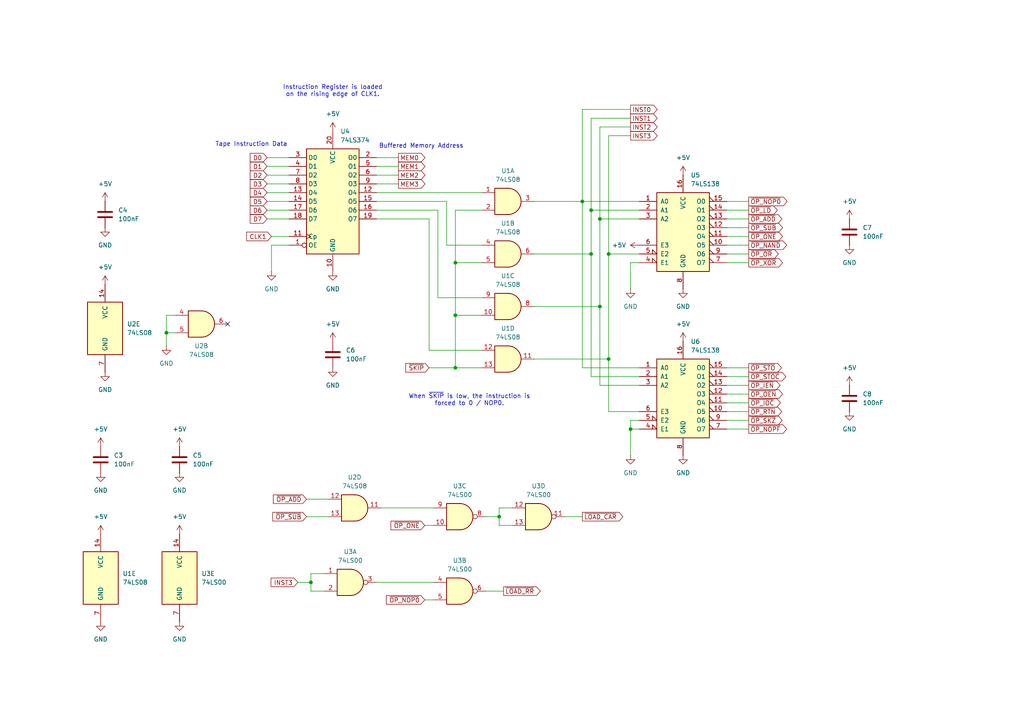
<source format=kicad_sch>
(kicad_sch (version 20231120) (generator "eeschema") (generator_version "8.0")
  (paper "A4")
  (title_block (title "UE14500 TTL 1-bit Microprocessor") (date "2025") (rev "1") (comment 1 "Copyright (c) 2025 Rhys Weatherley") (comment 3 "Instruction Register and Decoder"))
  (lib_symbols
    (symbol "74xx:74LS00" (pin_names (offset 1.016))
      (property "Reference" "U" (at 0 1.27 0))
      (property "Value" "74LS00" (at 0 -1.27 0))
      (symbol "74LS00_1_1"
        (arc (start 0 -3.81) (mid 3.7934 0) (end 0 3.81) (stroke (width 0.254)) (fill (type background)))
        (polyline (pts (xy 0 3.81) (xy -3.81 3.81) (xy -3.81 -3.81) (xy 0 -3.81)) (stroke (width 0.254)) (fill (type background)))
        (pin input line (at -7.62 2.54 0) (length 3.81) (name "~") (number "1"))
        (pin input line (at -7.62 -2.54 0) (length 3.81) (name "~") (number "2"))
        (pin output inverted (at 7.62 0 180) (length 3.81) (name "~") (number "3"))
      )
      (symbol "74LS00_1_2"
        (arc (start -3.81 -3.81) (mid -2.589 0) (end -3.81 3.81) (stroke (width 0.254)))
        (arc (start -0.6096 -3.81) (mid 2.1842 -2.5851) (end 3.81 0) (stroke (width 0.254)) (fill (type background)))
        (polyline (pts (xy -3.81 -3.81) (xy -0.635 -3.81)) (stroke (width 0.254)) (fill (type background)))
        (polyline (pts (xy -3.81 3.81) (xy -0.635 3.81)) (stroke (width 0.254)) (fill (type background)))
        (polyline (pts (xy -0.635 3.81) (xy -3.81 3.81) (xy -3.81 3.81) (xy -3.556 3.4036) (xy -3.0226 2.2606) (xy -2.6924 1.0414) (xy -2.6162 -0.254) (xy -2.7686 -1.4986) (xy -3.175 -2.7178) (xy -3.81 -3.81) (xy -3.81 -3.81) (xy -0.635 -3.81)) (stroke (width -25.4)) (fill (type background)))
        (arc (start 3.81 0) (mid 2.1915 2.5936) (end -0.6096 3.81) (stroke (width 0.254)) (fill (type background)))
        (pin input inverted (at -7.62 2.54 0) (length 4.318) (name "~") (number "1"))
        (pin input inverted (at -7.62 -2.54 0) (length 4.318) (name "~") (number "2"))
        (pin output line (at 7.62 0 180) (length 3.81) (name "~") (number "3"))
      )
      (symbol "74LS00_2_1"
        (arc (start 0 -3.81) (mid 3.7934 0) (end 0 3.81) (stroke (width 0.254)) (fill (type background)))
        (polyline (pts (xy 0 3.81) (xy -3.81 3.81) (xy -3.81 -3.81) (xy 0 -3.81)) (stroke (width 0.254)) (fill (type background)))
        (pin input line (at -7.62 2.54 0) (length 3.81) (name "~") (number "4"))
        (pin input line (at -7.62 -2.54 0) (length 3.81) (name "~") (number "5"))
        (pin output inverted (at 7.62 0 180) (length 3.81) (name "~") (number "6"))
      )
      (symbol "74LS00_2_2"
        (arc (start -3.81 -3.81) (mid -2.589 0) (end -3.81 3.81) (stroke (width 0.254)))
        (arc (start -0.6096 -3.81) (mid 2.1842 -2.5851) (end 3.81 0) (stroke (width 0.254)) (fill (type background)))
        (polyline (pts (xy -3.81 -3.81) (xy -0.635 -3.81)) (stroke (width 0.254)) (fill (type background)))
        (polyline (pts (xy -3.81 3.81) (xy -0.635 3.81)) (stroke (width 0.254)) (fill (type background)))
        (polyline (pts (xy -0.635 3.81) (xy -3.81 3.81) (xy -3.81 3.81) (xy -3.556 3.4036) (xy -3.0226 2.2606) (xy -2.6924 1.0414) (xy -2.6162 -0.254) (xy -2.7686 -1.4986) (xy -3.175 -2.7178) (xy -3.81 -3.81) (xy -3.81 -3.81) (xy -0.635 -3.81)) (stroke (width -25.4)) (fill (type background)))
        (arc (start 3.81 0) (mid 2.1915 2.5936) (end -0.6096 3.81) (stroke (width 0.254)) (fill (type background)))
        (pin input inverted (at -7.62 2.54 0) (length 4.318) (name "~") (number "4"))
        (pin input inverted (at -7.62 -2.54 0) (length 4.318) (name "~") (number "5"))
        (pin output line (at 7.62 0 180) (length 3.81) (name "~") (number "6"))
      )
      (symbol "74LS00_3_1"
        (arc (start 0 -3.81) (mid 3.7934 0) (end 0 3.81) (stroke (width 0.254)) (fill (type background)))
        (polyline (pts (xy 0 3.81) (xy -3.81 3.81) (xy -3.81 -3.81) (xy 0 -3.81)) (stroke (width 0.254)) (fill (type background)))
        (pin input line (at -7.62 -2.54 0) (length 3.81) (name "~") (number "10"))
        (pin output inverted (at 7.62 0 180) (length 3.81) (name "~") (number "8"))
        (pin input line (at -7.62 2.54 0) (length 3.81) (name "~") (number "9"))
      )
      (symbol "74LS00_3_2"
        (arc (start -3.81 -3.81) (mid -2.589 0) (end -3.81 3.81) (stroke (width 0.254)))
        (arc (start -0.6096 -3.81) (mid 2.1842 -2.5851) (end 3.81 0) (stroke (width 0.254)) (fill (type background)))
        (polyline (pts (xy -3.81 -3.81) (xy -0.635 -3.81)) (stroke (width 0.254)) (fill (type background)))
        (polyline (pts (xy -3.81 3.81) (xy -0.635 3.81)) (stroke (width 0.254)) (fill (type background)))
        (polyline (pts (xy -0.635 3.81) (xy -3.81 3.81) (xy -3.81 3.81) (xy -3.556 3.4036) (xy -3.0226 2.2606) (xy -2.6924 1.0414) (xy -2.6162 -0.254) (xy -2.7686 -1.4986) (xy -3.175 -2.7178) (xy -3.81 -3.81) (xy -3.81 -3.81) (xy -0.635 -3.81)) (stroke (width -25.4)) (fill (type background)))
        (arc (start 3.81 0) (mid 2.1915 2.5936) (end -0.6096 3.81) (stroke (width 0.254)) (fill (type background)))
        (pin input inverted (at -7.62 -2.54 0) (length 4.318) (name "~") (number "10"))
        (pin output line (at 7.62 0 180) (length 3.81) (name "~") (number "8"))
        (pin input inverted (at -7.62 2.54 0) (length 4.318) (name "~") (number "9"))
      )
      (symbol "74LS00_4_1"
        (arc (start 0 -3.81) (mid 3.7934 0) (end 0 3.81) (stroke (width 0.254)) (fill (type background)))
        (polyline (pts (xy 0 3.81) (xy -3.81 3.81) (xy -3.81 -3.81) (xy 0 -3.81)) (stroke (width 0.254)) (fill (type background)))
        (pin output inverted (at 7.62 0 180) (length 3.81) (name "~") (number "11"))
        (pin input line (at -7.62 2.54 0) (length 3.81) (name "~") (number "12"))
        (pin input line (at -7.62 -2.54 0) (length 3.81) (name "~") (number "13"))
      )
      (symbol "74LS00_4_2"
        (arc (start -3.81 -3.81) (mid -2.589 0) (end -3.81 3.81) (stroke (width 0.254)))
        (arc (start -0.6096 -3.81) (mid 2.1842 -2.5851) (end 3.81 0) (stroke (width 0.254)) (fill (type background)))
        (polyline (pts (xy -3.81 -3.81) (xy -0.635 -3.81)) (stroke (width 0.254)) (fill (type background)))
        (polyline (pts (xy -3.81 3.81) (xy -0.635 3.81)) (stroke (width 0.254)) (fill (type background)))
        (polyline (pts (xy -0.635 3.81) (xy -3.81 3.81) (xy -3.81 3.81) (xy -3.556 3.4036) (xy -3.0226 2.2606) (xy -2.6924 1.0414) (xy -2.6162 -0.254) (xy -2.7686 -1.4986) (xy -3.175 -2.7178) (xy -3.81 -3.81) (xy -3.81 -3.81) (xy -0.635 -3.81)) (stroke (width -25.4)) (fill (type background)))
        (arc (start 3.81 0) (mid 2.1915 2.5936) (end -0.6096 3.81) (stroke (width 0.254)) (fill (type background)))
        (pin output line (at 7.62 0 180) (length 3.81) (name "~") (number "11"))
        (pin input inverted (at -7.62 2.54 0) (length 4.318) (name "~") (number "12"))
        (pin input inverted (at -7.62 -2.54 0) (length 4.318) (name "~") (number "13"))
      )
      (symbol "74LS00_5_0"
        (pin power_in line (at 0 12.7 270) (length 5.08) (name "VCC") (number "14"))
        (pin power_in line (at 0 -12.7 90) (length 5.08) (name "GND") (number "7"))
      )
      (symbol "74LS00_5_1"
        (rectangle (start -5.08 7.62) (end 5.08 -7.62) (stroke (width 0.254)) (fill (type background)))
      )
    )
    (symbol "74xx:74LS08" (pin_names (offset 1.016))
      (property "Reference" "U" (at 0 1.27 0))
      (property "Value" "74LS08" (at 0 -1.27 0))
      (symbol "74LS08_1_1"
        (arc (start 0 -3.81) (mid 3.7934 0) (end 0 3.81) (stroke (width 0.254)) (fill (type background)))
        (polyline (pts (xy 0 3.81) (xy -3.81 3.81) (xy -3.81 -3.81) (xy 0 -3.81)) (stroke (width 0.254)) (fill (type background)))
        (pin input line (at -7.62 2.54 0) (length 3.81) (name "~") (number "1"))
        (pin input line (at -7.62 -2.54 0) (length 3.81) (name "~") (number "2"))
        (pin output line (at 7.62 0 180) (length 3.81) (name "~") (number "3"))
      )
      (symbol "74LS08_1_2"
        (arc (start -3.81 -3.81) (mid -2.589 0) (end -3.81 3.81) (stroke (width 0.254)))
        (arc (start -0.6096 -3.81) (mid 2.1842 -2.5851) (end 3.81 0) (stroke (width 0.254)) (fill (type background)))
        (polyline (pts (xy -3.81 -3.81) (xy -0.635 -3.81)) (stroke (width 0.254)) (fill (type background)))
        (polyline (pts (xy -3.81 3.81) (xy -0.635 3.81)) (stroke (width 0.254)) (fill (type background)))
        (polyline (pts (xy -0.635 3.81) (xy -3.81 3.81) (xy -3.81 3.81) (xy -3.556 3.4036) (xy -3.0226 2.2606) (xy -2.6924 1.0414) (xy -2.6162 -0.254) (xy -2.7686 -1.4986) (xy -3.175 -2.7178) (xy -3.81 -3.81) (xy -3.81 -3.81) (xy -0.635 -3.81)) (stroke (width -25.4)) (fill (type background)))
        (arc (start 3.81 0) (mid 2.1915 2.5936) (end -0.6096 3.81) (stroke (width 0.254)) (fill (type background)))
        (pin input inverted (at -7.62 2.54 0) (length 4.318) (name "~") (number "1"))
        (pin input inverted (at -7.62 -2.54 0) (length 4.318) (name "~") (number "2"))
        (pin output inverted (at 7.62 0 180) (length 3.81) (name "~") (number "3"))
      )
      (symbol "74LS08_2_1"
        (arc (start 0 -3.81) (mid 3.7934 0) (end 0 3.81) (stroke (width 0.254)) (fill (type background)))
        (polyline (pts (xy 0 3.81) (xy -3.81 3.81) (xy -3.81 -3.81) (xy 0 -3.81)) (stroke (width 0.254)) (fill (type background)))
        (pin input line (at -7.62 2.54 0) (length 3.81) (name "~") (number "4"))
        (pin input line (at -7.62 -2.54 0) (length 3.81) (name "~") (number "5"))
        (pin output line (at 7.62 0 180) (length 3.81) (name "~") (number "6"))
      )
      (symbol "74LS08_2_2"
        (arc (start -3.81 -3.81) (mid -2.589 0) (end -3.81 3.81) (stroke (width 0.254)))
        (arc (start -0.6096 -3.81) (mid 2.1842 -2.5851) (end 3.81 0) (stroke (width 0.254)) (fill (type background)))
        (polyline (pts (xy -3.81 -3.81) (xy -0.635 -3.81)) (stroke (width 0.254)) (fill (type background)))
        (polyline (pts (xy -3.81 3.81) (xy -0.635 3.81)) (stroke (width 0.254)) (fill (type background)))
        (polyline (pts (xy -0.635 3.81) (xy -3.81 3.81) (xy -3.81 3.81) (xy -3.556 3.4036) (xy -3.0226 2.2606) (xy -2.6924 1.0414) (xy -2.6162 -0.254) (xy -2.7686 -1.4986) (xy -3.175 -2.7178) (xy -3.81 -3.81) (xy -3.81 -3.81) (xy -0.635 -3.81)) (stroke (width -25.4)) (fill (type background)))
        (arc (start 3.81 0) (mid 2.1915 2.5936) (end -0.6096 3.81) (stroke (width 0.254)) (fill (type background)))
        (pin input inverted (at -7.62 2.54 0) (length 4.318) (name "~") (number "4"))
        (pin input inverted (at -7.62 -2.54 0) (length 4.318) (name "~") (number "5"))
        (pin output inverted (at 7.62 0 180) (length 3.81) (name "~") (number "6"))
      )
      (symbol "74LS08_3_1"
        (arc (start 0 -3.81) (mid 3.7934 0) (end 0 3.81) (stroke (width 0.254)) (fill (type background)))
        (polyline (pts (xy 0 3.81) (xy -3.81 3.81) (xy -3.81 -3.81) (xy 0 -3.81)) (stroke (width 0.254)) (fill (type background)))
        (pin input line (at -7.62 -2.54 0) (length 3.81) (name "~") (number "10"))
        (pin output line (at 7.62 0 180) (length 3.81) (name "~") (number "8"))
        (pin input line (at -7.62 2.54 0) (length 3.81) (name "~") (number "9"))
      )
      (symbol "74LS08_3_2"
        (arc (start -3.81 -3.81) (mid -2.589 0) (end -3.81 3.81) (stroke (width 0.254)))
        (arc (start -0.6096 -3.81) (mid 2.1842 -2.5851) (end 3.81 0) (stroke (width 0.254)) (fill (type background)))
        (polyline (pts (xy -3.81 -3.81) (xy -0.635 -3.81)) (stroke (width 0.254)) (fill (type background)))
        (polyline (pts (xy -3.81 3.81) (xy -0.635 3.81)) (stroke (width 0.254)) (fill (type background)))
        (polyline (pts (xy -0.635 3.81) (xy -3.81 3.81) (xy -3.81 3.81) (xy -3.556 3.4036) (xy -3.0226 2.2606) (xy -2.6924 1.0414) (xy -2.6162 -0.254) (xy -2.7686 -1.4986) (xy -3.175 -2.7178) (xy -3.81 -3.81) (xy -3.81 -3.81) (xy -0.635 -3.81)) (stroke (width -25.4)) (fill (type background)))
        (arc (start 3.81 0) (mid 2.1915 2.5936) (end -0.6096 3.81) (stroke (width 0.254)) (fill (type background)))
        (pin input inverted (at -7.62 -2.54 0) (length 4.318) (name "~") (number "10"))
        (pin output inverted (at 7.62 0 180) (length 3.81) (name "~") (number "8"))
        (pin input inverted (at -7.62 2.54 0) (length 4.318) (name "~") (number "9"))
      )
      (symbol "74LS08_4_1"
        (arc (start 0 -3.81) (mid 3.7934 0) (end 0 3.81) (stroke (width 0.254)) (fill (type background)))
        (polyline (pts (xy 0 3.81) (xy -3.81 3.81) (xy -3.81 -3.81) (xy 0 -3.81)) (stroke (width 0.254)) (fill (type background)))
        (pin output line (at 7.62 0 180) (length 3.81) (name "~") (number "11"))
        (pin input line (at -7.62 2.54 0) (length 3.81) (name "~") (number "12"))
        (pin input line (at -7.62 -2.54 0) (length 3.81) (name "~") (number "13"))
      )
      (symbol "74LS08_4_2"
        (arc (start -3.81 -3.81) (mid -2.589 0) (end -3.81 3.81) (stroke (width 0.254)))
        (arc (start -0.6096 -3.81) (mid 2.1842 -2.5851) (end 3.81 0) (stroke (width 0.254)) (fill (type background)))
        (polyline (pts (xy -3.81 -3.81) (xy -0.635 -3.81)) (stroke (width 0.254)) (fill (type background)))
        (polyline (pts (xy -3.81 3.81) (xy -0.635 3.81)) (stroke (width 0.254)) (fill (type background)))
        (polyline (pts (xy -0.635 3.81) (xy -3.81 3.81) (xy -3.81 3.81) (xy -3.556 3.4036) (xy -3.0226 2.2606) (xy -2.6924 1.0414) (xy -2.6162 -0.254) (xy -2.7686 -1.4986) (xy -3.175 -2.7178) (xy -3.81 -3.81) (xy -3.81 -3.81) (xy -0.635 -3.81)) (stroke (width -25.4)) (fill (type background)))
        (arc (start 3.81 0) (mid 2.1915 2.5936) (end -0.6096 3.81) (stroke (width 0.254)) (fill (type background)))
        (pin output inverted (at 7.62 0 180) (length 3.81) (name "~") (number "11"))
        (pin input inverted (at -7.62 2.54 0) (length 4.318) (name "~") (number "12"))
        (pin input inverted (at -7.62 -2.54 0) (length 4.318) (name "~") (number "13"))
      )
      (symbol "74LS08_5_0"
        (pin power_in line (at 0 12.7 270) (length 5.08) (name "VCC") (number "14"))
        (pin power_in line (at 0 -12.7 90) (length 5.08) (name "GND") (number "7"))
      )
      (symbol "74LS08_5_1"
        (rectangle (start -5.08 7.62) (end 5.08 -7.62) (stroke (width 0.254)) (fill (type background)))
      )
    )
    (symbol "74xx:74LS138" (pin_names (offset 1.016))
      (property "Reference" "U" (at -7.62 11.43 0))
      (property "Value" "74LS138" (at -7.62 -13.97 0))
      (symbol "74LS138_1_0"
        (pin input line (at -12.7 7.62 0) (length 5.08) (name "A0") (number "1"))
        (pin output output_low (at 12.7 -5.08 180) (length 5.08) (name "O5") (number "10"))
        (pin output output_low (at 12.7 -2.54 180) (length 5.08) (name "O4") (number "11"))
        (pin output output_low (at 12.7 0 180) (length 5.08) (name "O3") (number "12"))
        (pin output output_low (at 12.7 2.54 180) (length 5.08) (name "O2") (number "13"))
        (pin output output_low (at 12.7 5.08 180) (length 5.08) (name "O1") (number "14"))
        (pin output output_low (at 12.7 7.62 180) (length 5.08) (name "O0") (number "15"))
        (pin power_in line (at 0 15.24 270) (length 5.08) (name "VCC") (number "16"))
        (pin input line (at -12.7 5.08 0) (length 5.08) (name "A1") (number "2"))
        (pin input line (at -12.7 2.54 0) (length 5.08) (name "A2") (number "3"))
        (pin input input_low (at -12.7 -10.16 0) (length 5.08) (name "E1") (number "4"))
        (pin input input_low (at -12.7 -7.62 0) (length 5.08) (name "E2") (number "5"))
        (pin input line (at -12.7 -5.08 0) (length 5.08) (name "E3") (number "6"))
        (pin output output_low (at 12.7 -10.16 180) (length 5.08) (name "O7") (number "7"))
        (pin power_in line (at 0 -17.78 90) (length 5.08) (name "GND") (number "8"))
        (pin output output_low (at 12.7 -7.62 180) (length 5.08) (name "O6") (number "9"))
      )
      (symbol "74LS138_1_1"
        (rectangle (start -7.62 10.16) (end 7.62 -12.7) (stroke (width 0.254)) (fill (type background)))
      )
    )
    (symbol "74xx:74LS374"
      (property "Reference" "U" (at -7.62 16.51 0))
      (property "Value" "74LS374" (at -7.62 -16.51 0))
      (symbol "74LS374_1_0"
        (pin input inverted (at -12.7 -12.7 0) (length 5.08) (name "OE") (number "1"))
        (pin power_in line (at 0 -20.32 90) (length 5.08) (name "GND") (number "10"))
        (pin input clock (at -12.7 -10.16 0) (length 5.08) (name "Cp") (number "11"))
        (pin tri_state line (at 12.7 2.54 180) (length 5.08) (name "O4") (number "12"))
        (pin input line (at -12.7 2.54 0) (length 5.08) (name "D4") (number "13"))
        (pin input line (at -12.7 0 0) (length 5.08) (name "D5") (number "14"))
        (pin tri_state line (at 12.7 0 180) (length 5.08) (name "O5") (number "15"))
        (pin tri_state line (at 12.7 -2.54 180) (length 5.08) (name "O6") (number "16"))
        (pin input line (at -12.7 -2.54 0) (length 5.08) (name "D6") (number "17"))
        (pin input line (at -12.7 -5.08 0) (length 5.08) (name "D7") (number "18"))
        (pin tri_state line (at 12.7 -5.08 180) (length 5.08) (name "O7") (number "19"))
        (pin tri_state line (at 12.7 12.7 180) (length 5.08) (name "O0") (number "2"))
        (pin power_in line (at 0 20.32 270) (length 5.08) (name "VCC") (number "20"))
        (pin input line (at -12.7 12.7 0) (length 5.08) (name "D0") (number "3"))
        (pin input line (at -12.7 10.16 0) (length 5.08) (name "D1") (number "4"))
        (pin tri_state line (at 12.7 10.16 180) (length 5.08) (name "O1") (number "5"))
        (pin tri_state line (at 12.7 7.62 180) (length 5.08) (name "O2") (number "6"))
        (pin input line (at -12.7 7.62 0) (length 5.08) (name "D2") (number "7"))
        (pin input line (at -12.7 5.08 0) (length 5.08) (name "D3") (number "8"))
        (pin tri_state line (at 12.7 5.08 180) (length 5.08) (name "O3") (number "9"))
      )
      (symbol "74LS374_1_1"
        (rectangle (start -7.62 15.24) (end 7.62 -15.24) (stroke (width 0.254)) (fill (type background)))
      )
    )
    (symbol "Device:C" (pin_numbers hide) (pin_names (offset 0.254))
      (property "Reference" "C" (at 0.635 2.54 0))
      (property "Value" "C" (at 0.635 -2.54 0))
      (symbol "C_0_1"
        (polyline (pts (xy -2.032 -0.762) (xy 2.032 -0.762)) (stroke (width 0.508)))
        (polyline (pts (xy -2.032 0.762) (xy 2.032 0.762)) (stroke (width 0.508)))
      )
      (symbol "C_1_1"
        (pin passive line (at 0 3.81 270) (length 2.794) (name "~") (number "1"))
        (pin passive line (at 0 -3.81 90) (length 2.794) (name "~") (number "2"))
      )
    )
    (symbol "power:+5V" (power) (pin_numbers hide) (pin_names (offset 0) hide)
      (property "Value" "+5V" (at 0 3.556 0))
      (symbol "+5V_0_1"
        (polyline (pts (xy -0.762 1.27) (xy 0 2.54)))
        (polyline (pts (xy 0 0) (xy 0 2.54)))
        (polyline (pts (xy 0 2.54) (xy 0.762 1.27)))
      )
      (symbol "+5V_1_1"
        (pin power_in line (at 0 0 90) (length 0) (name "~") (number "1"))
      )
    )
    (symbol "power:GND" (power) (pin_numbers hide) (pin_names (offset 0) hide)
      (property "Value" "GND" (at 0 -3.81 0))
      (symbol "GND_0_1"
        (polyline (pts (xy 0 0) (xy 0 -1.27) (xy 1.27 -1.27) (xy 0 -2.54) (xy -1.27 -1.27) (xy 0 -1.27)))
      )
      (symbol "GND_1_1"
        (pin power_in line (at 0 0 270) (length 0) (name "~") (number "1"))
      )
    )
  )
  (junction (at 173.99 88.9))
  (junction (at 173.99 63.5))
  (junction (at 176.53 73.66))
  (junction (at 144.78 149.86))
  (junction (at 182.88 124.46))
  (junction (at 90.17 168.91))
  (junction (at 132.08 106.68))
  (junction (at 171.45 60.96))
  (junction (at 132.08 91.44))
  (junction (at 171.45 73.66))
  (junction (at 176.53 104.14))
  (junction (at 168.91 58.42))
  (junction (at 48.26 96.52))
  (junction (at 132.08 76.2))
  (no_connect (at 66.04 93.98))
  (wire (pts (xy 144.78 147.32) (xy 148.59 147.32)))
  (wire (pts (xy 144.78 152.4) (xy 144.78 149.86)))
  (wire (pts (xy 154.94 58.42) (xy 168.91 58.42)))
  (wire (pts (xy 109.22 168.91) (xy 125.73 168.91)))
  (wire (pts (xy 154.94 88.9) (xy 173.99 88.9)))
  (wire (pts (xy 176.53 119.38) (xy 176.53 104.14)))
  (wire (pts (xy 210.82 121.92) (xy 217.17 121.92)))
  (wire (pts (xy 90.17 171.45) (xy 93.98 171.45)))
  (wire (pts (xy 185.42 111.76) (xy 173.99 111.76)))
  (wire (pts (xy 90.17 168.91) (xy 90.17 171.45)))
  (wire (pts (xy 129.54 71.12) (xy 139.7 71.12)))
  (wire (pts (xy 78.74 68.58) (xy 83.82 68.58)))
  (wire (pts (xy 182.88 132.08) (xy 182.88 124.46)))
  (wire (pts (xy 88.9 144.78) (xy 95.25 144.78)))
  (wire (pts (xy 110.49 147.32) (xy 125.73 147.32)))
  (wire (pts (xy 109.22 48.26) (xy 115.57 48.26)))
  (wire (pts (xy 182.88 121.92) (xy 182.88 124.46)))
  (wire (pts (xy 132.08 91.44) (xy 139.7 91.44)))
  (wire (pts (xy 132.08 106.68) (xy 139.7 106.68)))
  (wire (pts (xy 124.46 101.6) (xy 139.7 101.6)))
  (wire (pts (xy 86.36 168.91) (xy 90.17 168.91)))
  (wire (pts (xy 182.88 76.2) (xy 185.42 76.2)))
  (wire (pts (xy 210.82 119.38) (xy 217.17 119.38)))
  (wire (pts (xy 132.08 76.2) (xy 139.7 76.2)))
  (wire (pts (xy 210.82 71.12) (xy 217.17 71.12)))
  (wire (pts (xy 171.45 73.66) (xy 171.45 60.96)))
  (wire (pts (xy 140.97 149.86) (xy 144.78 149.86)))
  (wire (pts (xy 210.82 109.22) (xy 217.17 109.22)))
  (wire (pts (xy 109.22 63.5) (xy 124.46 63.5)))
  (wire (pts (xy 140.97 171.45) (xy 146.05 171.45)))
  (wire (pts (xy 185.42 119.38) (xy 176.53 119.38)))
  (wire (pts (xy 210.82 76.2) (xy 217.17 76.2)))
  (wire (pts (xy 148.59 152.4) (xy 144.78 152.4)))
  (wire (pts (xy 210.82 116.84) (xy 217.17 116.84)))
  (wire (pts (xy 132.08 60.96) (xy 132.08 76.2)))
  (wire (pts (xy 139.7 60.96) (xy 132.08 60.96)))
  (wire (pts (xy 129.54 58.42) (xy 129.54 71.12)))
  (wire (pts (xy 78.74 71.12) (xy 83.82 71.12)))
  (wire (pts (xy 171.45 34.29) (xy 171.45 60.96)))
  (wire (pts (xy 144.78 149.86) (xy 144.78 147.32)))
  (wire (pts (xy 182.88 31.75) (xy 168.91 31.75)))
  (wire (pts (xy 123.19 173.99) (xy 125.73 173.99)))
  (wire (pts (xy 176.53 39.37) (xy 176.53 73.66)))
  (wire (pts (xy 210.82 68.58) (xy 217.17 68.58)))
  (wire (pts (xy 48.26 100.33) (xy 48.26 96.52)))
  (wire (pts (xy 182.88 83.82) (xy 182.88 76.2)))
  (wire (pts (xy 124.46 63.5) (xy 124.46 101.6)))
  (wire (pts (xy 83.82 55.88) (xy 77.47 55.88)))
  (wire (pts (xy 210.82 106.68) (xy 217.17 106.68)))
  (wire (pts (xy 185.42 106.68) (xy 168.91 106.68)))
  (wire (pts (xy 83.82 53.34) (xy 77.47 53.34)))
  (wire (pts (xy 168.91 31.75) (xy 168.91 58.42)))
  (wire (pts (xy 176.53 73.66) (xy 185.42 73.66)))
  (wire (pts (xy 123.19 152.4) (xy 125.73 152.4)))
  (wire (pts (xy 83.82 50.8) (xy 77.47 50.8)))
  (wire (pts (xy 109.22 53.34) (xy 115.57 53.34)))
  (wire (pts (xy 182.88 124.46) (xy 185.42 124.46)))
  (wire (pts (xy 154.94 104.14) (xy 176.53 104.14)))
  (wire (pts (xy 48.26 91.44) (xy 50.8 91.44)))
  (wire (pts (xy 182.88 39.37) (xy 176.53 39.37)))
  (wire (pts (xy 154.94 73.66) (xy 171.45 73.66)))
  (wire (pts (xy 185.42 109.22) (xy 171.45 109.22)))
  (wire (pts (xy 168.91 106.68) (xy 168.91 58.42)))
  (wire (pts (xy 109.22 58.42) (xy 129.54 58.42)))
  (wire (pts (xy 109.22 50.8) (xy 115.57 50.8)))
  (wire (pts (xy 210.82 73.66) (xy 217.17 73.66)))
  (wire (pts (xy 210.82 58.42) (xy 217.17 58.42)))
  (wire (pts (xy 210.82 124.46) (xy 217.17 124.46)))
  (wire (pts (xy 176.53 104.14) (xy 176.53 73.66)))
  (wire (pts (xy 93.98 166.37) (xy 90.17 166.37)))
  (wire (pts (xy 173.99 36.83) (xy 173.99 63.5)))
  (wire (pts (xy 109.22 60.96) (xy 127 60.96)))
  (wire (pts (xy 171.45 109.22) (xy 171.45 73.66)))
  (wire (pts (xy 83.82 63.5) (xy 77.47 63.5)))
  (wire (pts (xy 83.82 60.96) (xy 77.47 60.96)))
  (wire (pts (xy 210.82 63.5) (xy 217.17 63.5)))
  (wire (pts (xy 83.82 45.72) (xy 77.47 45.72)))
  (wire (pts (xy 171.45 60.96) (xy 185.42 60.96)))
  (wire (pts (xy 127 86.36) (xy 139.7 86.36)))
  (wire (pts (xy 109.22 55.88) (xy 139.7 55.88)))
  (wire (pts (xy 88.9 149.86) (xy 95.25 149.86)))
  (wire (pts (xy 210.82 66.04) (xy 217.17 66.04)))
  (wire (pts (xy 48.26 96.52) (xy 50.8 96.52)))
  (wire (pts (xy 173.99 63.5) (xy 185.42 63.5)))
  (wire (pts (xy 163.83 149.86) (xy 168.91 149.86)))
  (wire (pts (xy 173.99 111.76) (xy 173.99 88.9)))
  (wire (pts (xy 78.74 78.74) (xy 78.74 71.12)))
  (wire (pts (xy 210.82 114.3) (xy 217.17 114.3)))
  (wire (pts (xy 185.42 121.92) (xy 182.88 121.92)))
  (wire (pts (xy 109.22 45.72) (xy 115.57 45.72)))
  (wire (pts (xy 132.08 76.2) (xy 132.08 91.44)))
  (wire (pts (xy 210.82 111.76) (xy 217.17 111.76)))
  (wire (pts (xy 83.82 48.26) (xy 77.47 48.26)))
  (wire (pts (xy 182.88 36.83) (xy 173.99 36.83)))
  (wire (pts (xy 210.82 60.96) (xy 217.17 60.96)))
  (wire (pts (xy 83.82 58.42) (xy 77.47 58.42)))
  (wire (pts (xy 48.26 96.52) (xy 48.26 91.44)))
  (wire (pts (xy 168.91 58.42) (xy 185.42 58.42)))
  (wire (pts (xy 182.88 34.29) (xy 171.45 34.29)))
  (wire (pts (xy 132.08 91.44) (xy 132.08 106.68)))
  (wire (pts (xy 124.46 106.68) (xy 132.08 106.68)))
  (wire (pts (xy 90.17 166.37) (xy 90.17 168.91)))
  (wire (pts (xy 127 60.96) (xy 127 86.36)))
  (wire (pts (xy 173.99 88.9) (xy 173.99 63.5)))
  (text "Tape Instruction Data" (at 72.898 41.91 0) (effects (font (size 1.27 1.27))))
  (text "When ~{SKIP} is low, the instruction is\nforced to 0 / NOP0." (at 136.144 116.078 0) (effects (font (size 1.27 1.27))))
  (text "Instruction Register is loaded\non the rising edge of CLK1." (at 96.52 26.416 0) (effects (font (size 1.27 1.27))))
  (text "Buffered Memory Address" (at 122.174 42.418 0) (effects (font (size 1.27 1.27))))
  (global_label "D5" (shape input) (at 77.47 58.42 180) (property "Intersheetrefs" "${INTERSHEET_REFS}" (effects (hide yes))))
  (global_label "~{OP_ONE}" (shape input) (at 123.19 152.4 180) (property "Intersheetrefs" "${INTERSHEET_REFS}" (effects (hide yes))))
  (global_label "MEM1" (shape output) (at 115.57 48.26 0) (property "Intersheetrefs" "${INTERSHEET_REFS}" (effects (hide yes))))
  (global_label "INST3" (shape input) (at 86.36 168.91 180) (property "Intersheetrefs" "${INTERSHEET_REFS}" (effects (hide yes))))
  (global_label "D0" (shape input) (at 77.47 45.72 180) (property "Intersheetrefs" "${INTERSHEET_REFS}" (effects (hide yes))))
  (global_label "MEM2" (shape output) (at 115.57 50.8 0) (property "Intersheetrefs" "${INTERSHEET_REFS}" (effects (hide yes))))
  (global_label "D2" (shape input) (at 77.47 50.8 180) (property "Intersheetrefs" "${INTERSHEET_REFS}" (effects (hide yes))))
  (global_label "CLK1" (shape input) (at 78.74 68.58 180) (property "Intersheetrefs" "${INTERSHEET_REFS}" (effects (hide yes))))
  (global_label "D3" (shape input) (at 77.47 53.34 180) (property "Intersheetrefs" "${INTERSHEET_REFS}" (effects (hide yes))))
  (global_label "~{OP_IEN}" (shape output) (at 217.17 111.76 0) (property "Intersheetrefs" "${INTERSHEET_REFS}" (effects (hide yes))))
  (global_label "~{OP_NOP0}" (shape input) (at 123.19 173.99 180) (property "Intersheetrefs" "${INTERSHEET_REFS}" (effects (hide yes))))
  (global_label "INST2" (shape output) (at 182.88 36.83 0) (property "Intersheetrefs" "${INTERSHEET_REFS}" (effects (hide yes))))
  (global_label "~{OP_SUB}" (shape output) (at 217.17 66.04 0) (property "Intersheetrefs" "${INTERSHEET_REFS}" (effects (hide yes))))
  (global_label "INST3" (shape output) (at 182.88 39.37 0) (property "Intersheetrefs" "${INTERSHEET_REFS}" (effects (hide yes))))
  (global_label "D7" (shape input) (at 77.47 63.5 180) (property "Intersheetrefs" "${INTERSHEET_REFS}" (effects (hide yes))))
  (global_label "~{OP_OEN}" (shape output) (at 217.17 114.3 0) (property "Intersheetrefs" "${INTERSHEET_REFS}" (effects (hide yes))))
  (global_label "INST0" (shape output) (at 182.88 31.75 0) (property "Intersheetrefs" "${INTERSHEET_REFS}" (effects (hide yes))))
  (global_label "~{OP_IOC}" (shape output) (at 217.17 116.84 0) (property "Intersheetrefs" "${INTERSHEET_REFS}" (effects (hide yes))))
  (global_label "~{LOAD_CAR}" (shape output) (at 168.91 149.86 0) (property "Intersheetrefs" "${INTERSHEET_REFS}" (effects (hide yes))))
  (global_label "INST1" (shape output) (at 182.88 34.29 0) (property "Intersheetrefs" "${INTERSHEET_REFS}" (effects (hide yes))))
  (global_label "~{OP_ADD}" (shape output) (at 217.17 63.5 0) (property "Intersheetrefs" "${INTERSHEET_REFS}" (effects (hide yes))))
  (global_label "~{OP_NOPF}" (shape output) (at 217.17 124.46 0) (property "Intersheetrefs" "${INTERSHEET_REFS}" (effects (hide yes))))
  (global_label "~{OP_XOR}" (shape output) (at 217.17 76.2 0) (property "Intersheetrefs" "${INTERSHEET_REFS}" (effects (hide yes))))
  (global_label "~{SKIP}" (shape input) (at 124.46 106.68 180) (property "Intersheetrefs" "${INTERSHEET_REFS}" (effects (hide yes))))
  (global_label "~{OP_NAND}" (shape output) (at 217.17 71.12 0) (property "Intersheetrefs" "${INTERSHEET_REFS}" (effects (hide yes))))
  (global_label "~{OP_ONE}" (shape output) (at 217.17 68.58 0) (property "Intersheetrefs" "${INTERSHEET_REFS}" (effects (hide yes))))
  (global_label "~{OP_SUB}" (shape input) (at 88.9 149.86 180) (property "Intersheetrefs" "${INTERSHEET_REFS}" (effects (hide yes))))
  (global_label "~{OP_SKZ}" (shape output) (at 217.17 121.92 0) (property "Intersheetrefs" "${INTERSHEET_REFS}" (effects (hide yes))))
  (global_label "D1" (shape input) (at 77.47 48.26 180) (property "Intersheetrefs" "${INTERSHEET_REFS}" (effects (hide yes))))
  (global_label "~{LOAD_RR}" (shape output) (at 146.05 171.45 0) (property "Intersheetrefs" "${INTERSHEET_REFS}" (effects (hide yes))))
  (global_label "D6" (shape input) (at 77.47 60.96 180) (property "Intersheetrefs" "${INTERSHEET_REFS}" (effects (hide yes))))
  (global_label "~{OP_RTN}" (shape output) (at 217.17 119.38 0) (property "Intersheetrefs" "${INTERSHEET_REFS}" (effects (hide yes))))
  (global_label "~{OP_ADD}" (shape input) (at 88.9 144.78 180) (property "Intersheetrefs" "${INTERSHEET_REFS}" (effects (hide yes))))
  (global_label "~{OP_LD}" (shape output) (at 217.17 60.96 0) (property "Intersheetrefs" "${INTERSHEET_REFS}" (effects (hide yes))))
  (global_label "~{OP_NOP0}" (shape output) (at 217.17 58.42 0) (property "Intersheetrefs" "${INTERSHEET_REFS}" (effects (hide yes))))
  (global_label "MEM3" (shape output) (at 115.57 53.34 0) (property "Intersheetrefs" "${INTERSHEET_REFS}" (effects (hide yes))))
  (global_label "~{OP_STOC}" (shape output) (at 217.17 109.22 0) (property "Intersheetrefs" "${INTERSHEET_REFS}" (effects (hide yes))))
  (global_label "D4" (shape input) (at 77.47 55.88 180) (property "Intersheetrefs" "${INTERSHEET_REFS}" (effects (hide yes))))
  (global_label "MEM0" (shape output) (at 115.57 45.72 0) (property "Intersheetrefs" "${INTERSHEET_REFS}" (effects (hide yes))))
  (global_label "~{OP_OR}" (shape output) (at 217.17 73.66 0) (property "Intersheetrefs" "${INTERSHEET_REFS}" (effects (hide yes))))
  (global_label "~{OP_STO}" (shape output) (at 217.17 106.68 0) (property "Intersheetrefs" "${INTERSHEET_REFS}" (effects (hide yes))))
  (symbol (lib_id "power:GND") (at 96.52 78.74 0) (unit 1)
    (property "Reference" "#PWR31" (effects (hide yes)))
    (property "Value" "GND" (at 96.52 83.82 0))
    (property "Description" "Power symbol creates a global label with name \"GND\" , ground" (effects (hide yes)))
  )
  (symbol (lib_id "74xx:74LS08") (at 58.42 93.98 0) (unit 2)
    (property "Reference" "U2" (at 58.42 100.33 0))
    (property "Value" "74LS08" (at 58.42 102.87 0))
    (property "Footprint" "Package_DIP:DIP-14_W7.62mm" (effects (hide yes)))
    (property "Datasheet" "http://www.ti.com/lit/gpn/sn74LS08" (effects (hide yes)))
    (property "Description" "Quad And2" (effects (hide yes)))
  )
  (symbol (lib_id "power:GND") (at 78.74 78.74 0) (unit 1)
    (property "Reference" "#PWR29" (effects (hide yes)))
    (property "Value" "GND" (at 78.74 83.82 0))
    (property "Description" "Power symbol creates a global label with name \"GND\" , ground" (effects (hide yes)))
  )
  (symbol (lib_id "power:+5V") (at 52.07 129.54 0) (unit 1)
    (property "Reference" "#PWR25" (effects (hide yes)))
    (property "Value" "+5V" (at 52.07 124.46 0))
    (property "Description" "Power symbol creates a global label with name \"+5V\"" (effects (hide yes)))
  )
  (symbol (lib_id "74xx:74LS138") (at 198.12 66.04 0) (unit 1)
    (property "Reference" "U5" (at 200.3141 50.8 0) (effects (justify left)))
    (property "Value" "74LS138" (at 200.3141 53.34 0) (effects (justify left)))
    (property "Footprint" "Package_DIP:DIP-16_W7.62mm" (effects (hide yes)))
    (property "Datasheet" "http://www.ti.com/lit/gpn/sn74LS138" (effects (hide yes)))
    (property "Description" "Decoder 3 to 8 active low outputs" (effects (hide yes)))
  )
  (symbol (lib_id "power:GND") (at 198.12 83.82 0) (unit 1)
    (property "Reference" "#PWR38" (effects (hide yes)))
    (property "Value" "GND" (at 198.12 88.9 0))
    (property "Description" "Power symbol creates a global label with name \"GND\" , ground" (effects (hide yes)))
  )
  (symbol (lib_id "power:+5V") (at 96.52 99.06 0) (unit 1)
    (property "Reference" "#PWR32" (effects (hide yes)))
    (property "Value" "+5V" (at 96.52 93.98 0))
    (property "Description" "Power symbol creates a global label with name \"+5V\"" (effects (hide yes)))
  )
  (symbol (lib_id "74xx:74LS00") (at 52.07 167.64 0) (unit 5)
    (property "Reference" "U3" (at 58.42 166.3699 0) (effects (justify left)))
    (property "Value" "74LS00" (at 58.42 168.9099 0) (effects (justify left)))
    (property "Footprint" "Package_DIP:DIP-14_W7.62mm" (effects (hide yes)))
    (property "Datasheet" "http://www.ti.com/lit/gpn/sn74ls00" (effects (hide yes)))
    (property "Description" "quad 2-input NAND gate" (effects (hide yes)))
  )
  (symbol (lib_id "power:GND") (at 246.38 71.12 0) (unit 1)
    (property "Reference" "#PWR42" (effects (hide yes)))
    (property "Value" "GND" (at 246.38 76.2 0))
    (property "Description" "Power symbol creates a global label with name \"GND\" , ground" (effects (hide yes)))
  )
  (symbol (lib_id "power:GND") (at 29.21 137.16 0) (unit 1)
    (property "Reference" "#PWR17" (effects (hide yes)))
    (property "Value" "GND" (at 29.21 142.24 0))
    (property "Description" "Power symbol creates a global label with name \"GND\" , ground" (effects (hide yes)))
  )
  (symbol (lib_id "power:+5V") (at 30.48 82.55 0) (unit 1)
    (property "Reference" "#PWR22" (effects (hide yes)))
    (property "Value" "+5V" (at 30.48 77.47 0))
    (property "Description" "Power symbol creates a global label with name \"+5V\"" (effects (hide yes)))
  )
  (symbol (lib_id "74xx:74LS08") (at 147.32 58.42 0) (unit 1)
    (property "Reference" "U1" (at 147.3117 49.53 0))
    (property "Value" "74LS08" (at 147.3117 52.07 0))
    (property "Footprint" "Package_DIP:DIP-14_W7.62mm" (effects (hide yes)))
    (property "Datasheet" "http://www.ti.com/lit/gpn/sn74LS08" (effects (hide yes)))
    (property "Description" "Quad And2" (effects (hide yes)))
  )
  (symbol (lib_id "power:+5V") (at 30.48 58.42 0) (unit 1)
    (property "Reference" "#PWR20" (effects (hide yes)))
    (property "Value" "+5V" (at 30.48 53.34 0))
    (property "Description" "Power symbol creates a global label with name \"+5V\"" (effects (hide yes)))
  )
  (symbol (lib_id "power:+5V") (at 246.38 63.5 0) (unit 1)
    (property "Reference" "#PWR41" (effects (hide yes)))
    (property "Value" "+5V" (at 246.38 58.42 0))
    (property "Description" "Power symbol creates a global label with name \"+5V\"" (effects (hide yes)))
  )
  (symbol (lib_id "power:+5V") (at 96.52 38.1 0) (unit 1)
    (property "Reference" "#PWR30" (effects (hide yes)))
    (property "Value" "+5V" (at 96.52 33.02 0))
    (property "Description" "Power symbol creates a global label with name \"+5V\"" (effects (hide yes)))
  )
  (symbol (lib_id "Device:C") (at 52.07 133.35 0) (unit 1)
    (property "Reference" "C5" (at 55.88 132.0799 0) (effects (justify left)))
    (property "Value" "100nF" (at 55.88 134.6199 0) (effects (justify left)))
    (property "Footprint" "Capacitor_THT:C_Disc_D5.0mm_W2.5mm_P5.00mm" (effects (hide yes)))
    (property "Description" "Unpolarized capacitor" (effects (hide yes)))
  )
  (symbol (lib_id "power:GND") (at 29.21 180.34 0) (unit 1)
    (property "Reference" "#PWR19" (effects (hide yes)))
    (property "Value" "GND" (at 29.21 185.42 0))
    (property "Description" "Power symbol creates a global label with name \"GND\" , ground" (effects (hide yes)))
  )
  (symbol (lib_id "Device:C") (at 246.38 67.31 0) (unit 1)
    (property "Reference" "C7" (at 250.19 66.0399 0) (effects (justify left)))
    (property "Value" "100nF" (at 250.19 68.5799 0) (effects (justify left)))
    (property "Footprint" "Capacitor_THT:C_Disc_D5.0mm_W2.5mm_P5.00mm" (effects (hide yes)))
    (property "Description" "Unpolarized capacitor" (effects (hide yes)))
  )
  (symbol (lib_id "Device:C") (at 246.38 115.57 0) (unit 1)
    (property "Reference" "C8" (at 250.19 114.2999 0) (effects (justify left)))
    (property "Value" "100nF" (at 250.19 116.8399 0) (effects (justify left)))
    (property "Footprint" "Capacitor_THT:C_Disc_D5.0mm_W2.5mm_P5.00mm" (effects (hide yes)))
    (property "Description" "Unpolarized capacitor" (effects (hide yes)))
  )
  (symbol (lib_id "74xx:74LS08") (at 147.32 104.14 0) (unit 4)
    (property "Reference" "U1" (at 147.3117 95.25 0))
    (property "Value" "74LS08" (at 147.3117 97.79 0))
    (property "Footprint" "Package_DIP:DIP-14_W7.62mm" (effects (hide yes)))
    (property "Datasheet" "http://www.ti.com/lit/gpn/sn74LS08" (effects (hide yes)))
    (property "Description" "Quad And2" (effects (hide yes)))
  )
  (symbol (lib_id "74xx:74LS08") (at 30.48 95.25 0) (unit 5)
    (property "Reference" "U2" (at 36.83 93.9799 0) (effects (justify left)))
    (property "Value" "74LS08" (at 36.83 96.5199 0) (effects (justify left)))
    (property "Footprint" "Package_DIP:DIP-14_W7.62mm" (effects (hide yes)))
    (property "Datasheet" "http://www.ti.com/lit/gpn/sn74LS08" (effects (hide yes)))
    (property "Description" "Quad And2" (effects (hide yes)))
  )
  (symbol (lib_id "power:GND") (at 30.48 107.95 0) (unit 1)
    (property "Reference" "#PWR23" (effects (hide yes)))
    (property "Value" "GND" (at 30.48 113.03 0))
    (property "Description" "Power symbol creates a global label with name \"GND\" , ground" (effects (hide yes)))
  )
  (symbol (lib_id "74xx:74LS374") (at 96.52 58.42 0) (unit 1)
    (property "Reference" "U4" (at 98.7141 38.1 0) (effects (justify left)))
    (property "Value" "74LS374" (at 98.7141 40.64 0) (effects (justify left)))
    (property "Footprint" "Package_DIP:DIP-20_W7.62mm" (effects (hide yes)))
    (property "Datasheet" "http://www.ti.com/lit/gpn/sn74LS374" (effects (hide yes)))
    (property "Description" "8-bit Register, 3-state outputs" (effects (hide yes)))
  )
  (symbol (lib_id "power:+5V") (at 198.12 50.8 0) (unit 1)
    (property "Reference" "#PWR37" (effects (hide yes)))
    (property "Value" "+5V" (at 198.12 45.72 0))
    (property "Description" "Power symbol creates a global label with name \"+5V\"" (effects (hide yes)))
  )
  (symbol (lib_id "Device:C") (at 29.21 133.35 0) (unit 1)
    (property "Reference" "C3" (at 33.02 132.0799 0) (effects (justify left)))
    (property "Value" "100nF" (at 33.02 134.6199 0) (effects (justify left)))
    (property "Footprint" "Capacitor_THT:C_Disc_D5.0mm_W2.5mm_P5.00mm" (effects (hide yes)))
    (property "Description" "Unpolarized capacitor" (effects (hide yes)))
  )
  (symbol (lib_id "power:+5V") (at 29.21 154.94 0) (unit 1)
    (property "Reference" "#PWR18" (effects (hide yes)))
    (property "Value" "+5V" (at 29.21 149.86 0))
    (property "Description" "Power symbol creates a global label with name \"+5V\"" (effects (hide yes)))
  )
  (symbol (lib_id "power:+5V") (at 198.12 99.06 0) (unit 1)
    (property "Reference" "#PWR39" (effects (hide yes)))
    (property "Value" "+5V" (at 198.12 93.98 0))
    (property "Description" "Power symbol creates a global label with name \"+5V\"" (effects (hide yes)))
  )
  (symbol (lib_id "74xx:74LS00") (at 133.35 149.86 0) (unit 3)
    (property "Reference" "U3" (at 133.3417 140.97 0))
    (property "Value" "74LS00" (at 133.3417 143.51 0))
    (property "Footprint" "Package_DIP:DIP-14_W7.62mm" (effects (hide yes)))
    (property "Datasheet" "http://www.ti.com/lit/gpn/sn74ls00" (effects (hide yes)))
    (property "Description" "quad 2-input NAND gate" (effects (hide yes)))
  )
  (symbol (lib_id "74xx:74LS00") (at 156.21 149.86 0) (unit 4)
    (property "Reference" "U3" (at 156.2017 140.97 0))
    (property "Value" "74LS00" (at 156.2017 143.51 0))
    (property "Footprint" "Package_DIP:DIP-14_W7.62mm" (effects (hide yes)))
    (property "Datasheet" "http://www.ti.com/lit/gpn/sn74ls00" (effects (hide yes)))
    (property "Description" "quad 2-input NAND gate" (effects (hide yes)))
  )
  (symbol (lib_id "power:+5V") (at 52.07 154.94 0) (unit 1)
    (property "Reference" "#PWR27" (effects (hide yes)))
    (property "Value" "+5V" (at 52.07 149.86 0))
    (property "Description" "Power symbol creates a global label with name \"+5V\"" (effects (hide yes)))
  )
  (symbol (lib_id "power:GND") (at 30.48 66.04 0) (unit 1)
    (property "Reference" "#PWR21" (effects (hide yes)))
    (property "Value" "GND" (at 30.48 71.12 0))
    (property "Description" "Power symbol creates a global label with name \"GND\" , ground" (effects (hide yes)))
  )
  (symbol (lib_id "power:GND") (at 182.88 132.08 0) (unit 1)
    (property "Reference" "#PWR35" (effects (hide yes)))
    (property "Value" "GND" (at 182.88 137.16 0))
    (property "Description" "Power symbol creates a global label with name \"GND\" , ground" (effects (hide yes)))
  )
  (symbol (lib_id "power:GND") (at 246.38 119.38 0) (unit 1)
    (property "Reference" "#PWR44" (effects (hide yes)))
    (property "Value" "GND" (at 246.38 124.46 0))
    (property "Description" "Power symbol creates a global label with name \"GND\" , ground" (effects (hide yes)))
  )
  (symbol (lib_id "power:GND") (at 198.12 132.08 0) (unit 1)
    (property "Reference" "#PWR40" (effects (hide yes)))
    (property "Value" "GND" (at 198.12 137.16 0))
    (property "Description" "Power symbol creates a global label with name \"GND\" , ground" (effects (hide yes)))
  )
  (symbol (lib_id "74xx:74LS00") (at 101.6 168.91 0) (unit 1)
    (property "Reference" "U3" (at 101.5917 160.02 0))
    (property "Value" "74LS00" (at 101.5917 162.56 0))
    (property "Footprint" "Package_DIP:DIP-14_W7.62mm" (effects (hide yes)))
    (property "Datasheet" "http://www.ti.com/lit/gpn/sn74ls00" (effects (hide yes)))
    (property "Description" "quad 2-input NAND gate" (effects (hide yes)))
  )
  (symbol (lib_id "power:+5V") (at 29.21 129.54 0) (unit 1)
    (property "Reference" "#PWR16" (effects (hide yes)))
    (property "Value" "+5V" (at 29.21 124.46 0))
    (property "Description" "Power symbol creates a global label with name \"+5V\"" (effects (hide yes)))
  )
  (symbol (lib_id "power:GND") (at 96.52 106.68 0) (unit 1)
    (property "Reference" "#PWR33" (effects (hide yes)))
    (property "Value" "GND" (at 96.52 111.76 0))
    (property "Description" "Power symbol creates a global label with name \"GND\" , ground" (effects (hide yes)))
  )
  (symbol (lib_id "74xx:74LS08") (at 29.21 167.64 0) (unit 5)
    (property "Reference" "U1" (at 35.56 166.3699 0) (effects (justify left)))
    (property "Value" "74LS08" (at 35.56 168.9099 0) (effects (justify left)))
    (property "Footprint" "Package_DIP:DIP-14_W7.62mm" (effects (hide yes)))
    (property "Datasheet" "http://www.ti.com/lit/gpn/sn74LS08" (effects (hide yes)))
    (property "Description" "Quad And2" (effects (hide yes)))
  )
  (symbol (lib_id "Device:C") (at 96.52 102.87 0) (unit 1)
    (property "Reference" "C6" (at 100.33 101.5999 0) (effects (justify left)))
    (property "Value" "100nF" (at 100.33 104.1399 0) (effects (justify left)))
    (property "Footprint" "Capacitor_THT:C_Disc_D5.0mm_W2.5mm_P5.00mm" (effects (hide yes)))
    (property "Description" "Unpolarized capacitor" (effects (hide yes)))
  )
  (symbol (lib_id "74xx:74LS138") (at 198.12 114.3 0) (unit 1)
    (property "Reference" "U6" (at 200.3141 99.06 0) (effects (justify left)))
    (property "Value" "74LS138" (at 200.3141 101.6 0) (effects (justify left)))
    (property "Footprint" "Package_DIP:DIP-16_W7.62mm" (effects (hide yes)))
    (property "Datasheet" "http://www.ti.com/lit/gpn/sn74LS138" (effects (hide yes)))
    (property "Description" "Decoder 3 to 8 active low outputs" (effects (hide yes)))
  )
  (symbol (lib_id "Device:C") (at 30.48 62.23 0) (unit 1)
    (property "Reference" "C4" (at 34.29 60.9599 0) (effects (justify left)))
    (property "Value" "100nF" (at 34.29 63.4999 0) (effects (justify left)))
    (property "Footprint" "Capacitor_THT:C_Disc_D5.0mm_W2.5mm_P5.00mm" (effects (hide yes)))
    (property "Description" "Unpolarized capacitor" (effects (hide yes)))
  )
  (symbol (lib_id "74xx:74LS00") (at 133.35 171.45 0) (unit 2)
    (property "Reference" "U3" (at 133.3417 162.56 0))
    (property "Value" "74LS00" (at 133.3417 165.1 0))
    (property "Footprint" "Package_DIP:DIP-14_W7.62mm" (effects (hide yes)))
    (property "Datasheet" "http://www.ti.com/lit/gpn/sn74ls00" (effects (hide yes)))
    (property "Description" "quad 2-input NAND gate" (effects (hide yes)))
  )
  (symbol (lib_id "power:GND") (at 52.07 137.16 0) (unit 1)
    (property "Reference" "#PWR26" (effects (hide yes)))
    (property "Value" "GND" (at 52.07 142.24 0))
    (property "Description" "Power symbol creates a global label with name \"GND\" , ground" (effects (hide yes)))
  )
  (symbol (lib_id "74xx:74LS08") (at 147.32 88.9 0) (unit 3)
    (property "Reference" "U1" (at 147.3117 80.01 0))
    (property "Value" "74LS08" (at 147.3117 82.55 0))
    (property "Footprint" "Package_DIP:DIP-14_W7.62mm" (effects (hide yes)))
    (property "Datasheet" "http://www.ti.com/lit/gpn/sn74LS08" (effects (hide yes)))
    (property "Description" "Quad And2" (effects (hide yes)))
  )
  (symbol (lib_id "power:GND") (at 52.07 180.34 0) (unit 1)
    (property "Reference" "#PWR28" (effects (hide yes)))
    (property "Value" "GND" (at 52.07 185.42 0))
    (property "Description" "Power symbol creates a global label with name \"GND\" , ground" (effects (hide yes)))
  )
  (symbol (lib_id "power:GND") (at 182.88 83.82 0) (unit 1)
    (property "Reference" "#PWR34" (effects (hide yes)))
    (property "Value" "GND" (at 182.88 88.9 0))
    (property "Description" "Power symbol creates a global label with name \"GND\" , ground" (effects (hide yes)))
  )
  (symbol (lib_id "74xx:74LS08") (at 147.32 73.66 0) (unit 2)
    (property "Reference" "U1" (at 147.3117 64.77 0))
    (property "Value" "74LS08" (at 147.3117 67.31 0))
    (property "Footprint" "Package_DIP:DIP-14_W7.62mm" (effects (hide yes)))
    (property "Datasheet" "http://www.ti.com/lit/gpn/sn74LS08" (effects (hide yes)))
    (property "Description" "Quad And2" (effects (hide yes)))
  )
  (symbol (lib_id "74xx:74LS08") (at 102.87 147.32 0) (unit 4)
    (property "Reference" "U2" (at 102.8617 138.43 0))
    (property "Value" "74LS08" (at 102.8617 140.97 0))
    (property "Footprint" "Package_DIP:DIP-14_W7.62mm" (effects (hide yes)))
    (property "Datasheet" "http://www.ti.com/lit/gpn/sn74LS08" (effects (hide yes)))
    (property "Description" "Quad And2" (effects (hide yes)))
  )
  (symbol (lib_id "power:+5V") (at 246.38 111.76 0) (unit 1)
    (property "Reference" "#PWR43" (effects (hide yes)))
    (property "Value" "+5V" (at 246.38 106.68 0))
    (property "Description" "Power symbol creates a global label with name \"+5V\"" (effects (hide yes)))
  )
  (symbol (lib_id "power:+5V") (at 185.42 71.12 90) (unit 1)
    (property "Reference" "#PWR36" (effects (hide yes)))
    (property "Value" "+5V" (at 181.61 71.1199 90) (effects (justify left)))
    (property "Description" "Power symbol creates a global label with name \"+5V\"" (effects (hide yes)))
  )
  (symbol (lib_id "power:GND") (at 48.26 100.33 0) (unit 1)
    (property "Reference" "#PWR24" (effects (hide yes)))
    (property "Value" "GND" (at 48.26 105.41 0))
    (property "Description" "Power symbol creates a global label with name \"GND\" , ground" (effects (hide yes)))
  )
)
</source>
